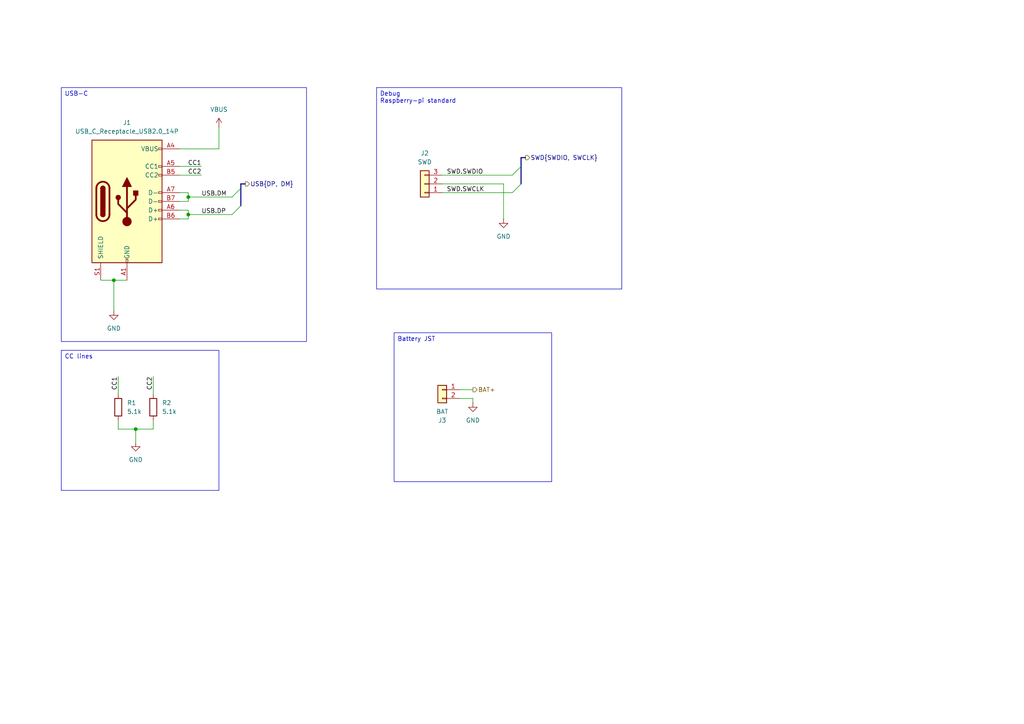
<source format=kicad_sch>
(kicad_sch (version 20231120) (generator "eeschema") (generator_version "8.0")
  (paper "A4")
  (lib_symbols
    (symbol "Connector:USB_C_Receptacle_USB2.0_14P" (pin_names (offset 1.016))
      (property "Reference" "J" (at 0 22.225 0))
      (property "Value" "USB_C_Receptacle_USB2.0_14P" (at 0 19.685 0))
      (symbol "USB_C_Receptacle_USB2.0_14P_0_0"
        (rectangle (start -0.254 -17.78) (end 0.254 -16.764))
        (rectangle (start 10.16 -4.826) (end 9.144 -5.334))
        (rectangle (start 10.16 -2.286) (end 9.144 -2.794))
        (rectangle (start 10.16 0.254) (end 9.144 -0.254))
        (rectangle (start 10.16 2.794) (end 9.144 2.286))
        (rectangle (start 10.16 7.874) (end 9.144 7.366))
        (rectangle (start 10.16 10.414) (end 9.144 9.906))
        (rectangle (start 10.16 15.494) (end 9.144 14.986))
      )
      (symbol "USB_C_Receptacle_USB2.0_14P_0_1"
        (rectangle (start -10.16 17.78) (end 10.16 -17.78) (stroke (width 0.254)) (fill (type background)))
        (arc (start -8.89 -3.81) (mid -6.985 -5.7067) (end -5.08 -3.81) (stroke (width 0.508)))
        (arc (start -7.62 -3.81) (mid -6.985 -4.4423) (end -6.35 -3.81) (stroke (width 0.254)))
        (arc (start -7.62 -3.81) (mid -6.985 -4.4423) (end -6.35 -3.81) (stroke (width 0.254)) (fill (type outline)))
        (rectangle (start -7.62 -3.81) (end -6.35 3.81) (stroke (width 0.254)) (fill (type outline)))
        (arc (start -6.35 3.81) (mid -6.985 4.4423) (end -7.62 3.81) (stroke (width 0.254)))
        (arc (start -6.35 3.81) (mid -6.985 4.4423) (end -7.62 3.81) (stroke (width 0.254)) (fill (type outline)))
        (arc (start -5.08 3.81) (mid -6.985 5.7067) (end -8.89 3.81) (stroke (width 0.508)))
        (circle (center -2.54 1.143) (radius 0.635) (stroke (width 0.254)) (fill (type outline)))
        (circle (center 0 -5.842) (radius 1.27) (fill (type outline)))
        (polyline (pts (xy -8.89 -3.81) (xy -8.89 3.81)) (stroke (width 0.508)))
        (polyline (pts (xy -5.08 3.81) (xy -5.08 -3.81)) (stroke (width 0.508)))
        (polyline (pts (xy 0 -5.842) (xy 0 4.318)) (stroke (width 0.508)))
        (polyline (pts (xy 0 -3.302) (xy -2.54 -0.762) (xy -2.54 0.508)) (stroke (width 0.508)))
        (polyline (pts (xy 0 -2.032) (xy 2.54 0.508) (xy 2.54 1.778)) (stroke (width 0.508)))
        (polyline (pts (xy -1.27 4.318) (xy 0 6.858) (xy 1.27 4.318) (xy -1.27 4.318)) (stroke (width 0.254)) (fill (type outline)))
        (rectangle (start 1.905 1.778) (end 3.175 3.048) (stroke (width 0.254)) (fill (type outline)))
      )
      (symbol "USB_C_Receptacle_USB2.0_14P_1_1"
        (pin passive line (at 0 -22.86 90) (length 5.08) (name "GND") (number "A1"))
        (pin passive line (at 0 -22.86 90) (length 5.08) hide (name "GND") (number "A12"))
        (pin passive line (at 15.24 15.24 180) (length 5.08) (name "VBUS") (number "A4"))
        (pin bidirectional line (at 15.24 10.16 180) (length 5.08) (name "CC1") (number "A5"))
        (pin bidirectional line (at 15.24 -2.54 180) (length 5.08) (name "D+") (number "A6"))
        (pin bidirectional line (at 15.24 2.54 180) (length 5.08) (name "D-") (number "A7"))
        (pin passive line (at 15.24 15.24 180) (length 5.08) hide (name "VBUS") (number "A9"))
        (pin passive line (at 0 -22.86 90) (length 5.08) hide (name "GND") (number "B1"))
        (pin passive line (at 0 -22.86 90) (length 5.08) hide (name "GND") (number "B12"))
        (pin passive line (at 15.24 15.24 180) (length 5.08) hide (name "VBUS") (number "B4"))
        (pin bidirectional line (at 15.24 7.62 180) (length 5.08) (name "CC2") (number "B5"))
        (pin bidirectional line (at 15.24 -5.08 180) (length 5.08) (name "D+") (number "B6"))
        (pin bidirectional line (at 15.24 0 180) (length 5.08) (name "D-") (number "B7"))
        (pin passive line (at 15.24 15.24 180) (length 5.08) hide (name "VBUS") (number "B9"))
        (pin passive line (at -7.62 -22.86 90) (length 5.08) (name "SHIELD") (number "S1"))
      )
    )
    (symbol "Connector_Generic:Conn_01x02" (pin_names (offset 1.016) hide)
      (property "Reference" "J" (at 0 2.54 0))
      (property "Value" "Conn_01x02" (at 0 -5.08 0))
      (symbol "Conn_01x02_1_1"
        (rectangle (start -1.27 -2.413) (end 0 -2.667) (stroke (width 0.1524)))
        (rectangle (start -1.27 0.127) (end 0 -0.127) (stroke (width 0.1524)))
        (rectangle (start -1.27 1.27) (end 1.27 -3.81) (stroke (width 0.254)) (fill (type background)))
        (pin passive line (at -5.08 0 0) (length 3.81) (name "Pin_1") (number "1"))
        (pin passive line (at -5.08 -2.54 0) (length 3.81) (name "Pin_2") (number "2"))
      )
    )
    (symbol "Connector_Generic:Conn_01x03" (pin_names (offset 1.016) hide)
      (property "Reference" "J" (at 0 5.08 0))
      (property "Value" "Conn_01x03" (at 0 -5.08 0))
      (symbol "Conn_01x03_1_1"
        (rectangle (start -1.27 -2.413) (end 0 -2.667) (stroke (width 0.1524)))
        (rectangle (start -1.27 0.127) (end 0 -0.127) (stroke (width 0.1524)))
        (rectangle (start -1.27 2.667) (end 0 2.413) (stroke (width 0.1524)))
        (rectangle (start -1.27 3.81) (end 1.27 -3.81) (stroke (width 0.254)) (fill (type background)))
        (pin passive line (at -5.08 2.54 0) (length 3.81) (name "Pin_1") (number "1"))
        (pin passive line (at -5.08 0 0) (length 3.81) (name "Pin_2") (number "2"))
        (pin passive line (at -5.08 -2.54 0) (length 3.81) (name "Pin_3") (number "3"))
      )
    )
    (symbol "Device:R" (pin_numbers hide) (pin_names (offset 0))
      (property "Reference" "R" (at 2.032 0 90))
      (property "Value" "R" (at 0 0 90))
      (symbol "R_0_1"
        (rectangle (start -1.016 -2.54) (end 1.016 2.54) (stroke (width 0.254)))
      )
      (symbol "R_1_1"
        (pin passive line (at 0 3.81 270) (length 1.27) (name "~") (number "1"))
        (pin passive line (at 0 -3.81 90) (length 1.27) (name "~") (number "2"))
      )
    )
    (symbol "power:GND" (power) (pin_numbers hide) (pin_names (offset 0) hide)
      (property "Value" "GND" (at 0 -3.81 0))
      (symbol "GND_0_1"
        (polyline (pts (xy 0 0) (xy 0 -1.27) (xy 1.27 -1.27) (xy 0 -2.54) (xy -1.27 -1.27) (xy 0 -1.27)))
      )
      (symbol "GND_1_1"
        (pin power_in line (at 0 0 270) (length 0) (name "~") (number "1"))
      )
    )
    (symbol "power:VBUS" (power) (pin_numbers hide) (pin_names (offset 0) hide)
      (property "Value" "VBUS" (at 0 3.556 0))
      (symbol "VBUS_0_1"
        (polyline (pts (xy -0.762 1.27) (xy 0 2.54)))
        (polyline (pts (xy 0 0) (xy 0 2.54)))
        (polyline (pts (xy 0 2.54) (xy 0.762 1.27)))
      )
      (symbol "VBUS_1_1"
        (pin power_in line (at 0 0 90) (length 0) (name "~") (number "1"))
      )
    )
  )
  (junction (at 54.61 57.15))
  (junction (at 39.37 124.46))
  (junction (at 33.02 81.28))
  (junction (at 54.61 62.23))
  (bus_entry (at 67.31 57.15) (size 2.54 -2.54))
  (bus_entry (at 148.59 55.88) (size 2.54 -2.54))
  (bus_entry (at 148.59 50.8) (size 2.54 -2.54))
  (bus_entry (at 67.31 62.23) (size 2.54 -2.54))
  (wire (pts (xy 34.29 109.22) (xy 34.29 114.3)))
  (bus (pts (xy 69.85 54.61) (xy 69.85 59.69)))
  (wire (pts (xy 63.5 43.18) (xy 63.5 36.83)))
  (wire (pts (xy 39.37 124.46) (xy 44.45 124.46)))
  (wire (pts (xy 39.37 124.46) (xy 39.37 128.27)))
  (wire (pts (xy 54.61 58.42) (xy 54.61 57.15)))
  (wire (pts (xy 58.42 50.8) (xy 52.07 50.8)))
  (bus (pts (xy 152.4 45.72) (xy 151.13 45.72)))
  (wire (pts (xy 128.27 55.88) (xy 148.59 55.88)))
  (bus (pts (xy 71.12 53.34) (xy 69.85 53.34)))
  (wire (pts (xy 58.42 48.26) (xy 52.07 48.26)))
  (wire (pts (xy 34.29 124.46) (xy 39.37 124.46)))
  (wire (pts (xy 29.21 81.28) (xy 33.02 81.28)))
  (wire (pts (xy 52.07 55.88) (xy 54.61 55.88)))
  (wire (pts (xy 52.07 63.5) (xy 54.61 63.5)))
  (wire (pts (xy 34.29 124.46) (xy 34.29 121.92)))
  (wire (pts (xy 54.61 62.23) (xy 54.61 63.5)))
  (wire (pts (xy 128.27 53.34) (xy 146.05 53.34)))
  (wire (pts (xy 52.07 58.42) (xy 54.61 58.42)))
  (wire (pts (xy 133.35 115.57) (xy 137.16 115.57)))
  (bus (pts (xy 151.13 48.26) (xy 151.13 53.34)))
  (wire (pts (xy 52.07 60.96) (xy 54.61 60.96)))
  (wire (pts (xy 128.27 50.8) (xy 148.59 50.8)))
  (wire (pts (xy 33.02 81.28) (xy 36.83 81.28)))
  (wire (pts (xy 33.02 81.28) (xy 33.02 90.17)))
  (wire (pts (xy 146.05 53.34) (xy 146.05 63.5)))
  (wire (pts (xy 133.35 113.03) (xy 137.16 113.03)))
  (wire (pts (xy 137.16 115.57) (xy 137.16 116.84)))
  (wire (pts (xy 54.61 60.96) (xy 54.61 62.23)))
  (bus (pts (xy 151.13 45.72) (xy 151.13 48.26)))
  (wire (pts (xy 54.61 57.15) (xy 67.31 57.15)))
  (wire (pts (xy 44.45 124.46) (xy 44.45 121.92)))
  (wire (pts (xy 44.45 109.22) (xy 44.45 114.3)))
  (wire (pts (xy 52.07 43.18) (xy 63.5 43.18)))
  (wire (pts (xy 54.61 62.23) (xy 67.31 62.23)))
  (wire (pts (xy 54.61 57.15) (xy 54.61 55.88)))
  (bus (pts (xy 69.85 53.34) (xy 69.85 54.61)))
  (text_box "Debug\nRaspberry-pi standard" (at 109.22 25.4 0) (size 71.12 58.42) (effects (font (size 1.27 1.27)) (justify left top)))
  (text_box "CC lines" (at 17.78 101.6 0) (size 45.72 40.64) (effects (font (size 1.27 1.27)) (justify left top)))
  (text_box "Battery JST" (at 114.3 96.52 0) (size 45.72 43.18) (effects (font (size 1.27 1.27)) (justify left top)))
  (text_box "USB-C" (at 17.78 25.4 0) (size 71.12 73.66) (effects (font (size 1.27 1.27)) (justify left top)))
  (label "CC2" (at 58.42 50.8 180))
  (label "SWD.SWDIO" (at 129.54 50.8 0))
  (label "CC1" (at 58.42 48.26 180))
  (label "CC1" (at 34.29 109.22 270))
  (label "USB.DP" (at 58.42 62.23 0))
  (label "CC2" (at 44.45 109.22 270))
  (label "USB.DM" (at 58.42 57.15 0))
  (label "SWD.SWCLK" (at 129.54 55.88 0))
  (hierarchical_label "SWD{SWDIO, SWCLK}" (shape output) (at 152.4 45.72 0))
  (hierarchical_label "USB{DP, DM}" (shape output) (at 71.12 53.34 0))
  (hierarchical_label "BAT+" (shape output) (at 137.16 113.03 0))
  (symbol (lib_id "Device:R") (at 44.45 118.11 0) (unit 1)
    (property "Reference" "R2" (at 46.99 116.8399 0) (effects (justify left)))
    (property "Value" "5.1k" (at 46.99 119.3799 0) (effects (justify left)))
    (property "Description" "Resistor" (effects (hide yes)))
  )
  (symbol (lib_id "Connector_Generic:Conn_01x03") (at 123.19 53.34 180) (unit 1)
    (property "Reference" "J2" (at 123.19 44.45 0))
    (property "Value" "SWD" (at 123.19 46.99 0))
    (property "Description" "Generic connector, single row, 01x03, script generated (kicad-library-utils/schlib/autogen/connector/)" (effects (hide yes)))
  )
  (symbol (lib_id "power:GND") (at 146.05 63.5 0) (unit 1)
    (property "Reference" "#PWR05" (effects (hide yes)))
    (property "Value" "GND" (at 146.05 68.58 0))
    (property "Description" "Power symbol creates a global label with name \"GND\" , ground" (effects (hide yes)))
  )
  (symbol (lib_id "power:GND") (at 33.02 90.17 0) (unit 1)
    (property "Reference" "#PWR02" (effects (hide yes)))
    (property "Value" "GND" (at 33.02 95.25 0))
    (property "Description" "Power symbol creates a global label with name \"GND\" , ground" (effects (hide yes)))
  )
  (symbol (lib_id "Connector:USB_C_Receptacle_USB2.0_14P") (at 36.83 58.42 0) (unit 1)
    (property "Reference" "J1" (at 36.83 35.56 0))
    (property "Value" "USB_C_Receptacle_USB2.0_14P" (at 36.83 38.1 0))
    (property "Datasheet" "https://www.usb.org/sites/default/files/documents/usb_type-c.zip" (effects (hide yes)))
    (property "Description" "USB 2.0-only 14P Type-C Receptacle connector" (effects (hide yes)))
  )
  (symbol (lib_id "power:GND") (at 39.37 128.27 0) (unit 1)
    (property "Reference" "#PWR04" (effects (hide yes)))
    (property "Value" "GND" (at 39.37 133.35 0))
    (property "Description" "Power symbol creates a global label with name \"GND\" , ground" (effects (hide yes)))
  )
  (symbol (lib_id "power:VBUS") (at 63.5 36.83 0) (unit 1)
    (property "Reference" "#PWR03" (effects (hide yes)))
    (property "Value" "VBUS" (at 63.5 31.75 0))
    (property "Description" "Power symbol creates a global label with name \"VBUS\"" (effects (hide yes)))
  )
  (symbol (lib_id "power:GND") (at 137.16 116.84 0) (unit 1)
    (property "Reference" "#PWR06" (effects (hide yes)))
    (property "Value" "GND" (at 137.16 121.92 0))
    (property "Description" "Power symbol creates a global label with name \"GND\" , ground" (effects (hide yes)))
  )
  (symbol (lib_id "Connector_Generic:Conn_01x02") (at 128.27 113.03 0) (mirror y) (unit 1)
    (property "Reference" "J3" (at 128.27 121.92 0))
    (property "Value" "BAT" (at 128.27 119.38 0))
    (property "Description" "Generic connector, single row, 01x02, script generated (kicad-library-utils/schlib/autogen/connector/)" (effects (hide yes)))
  )
  (symbol (lib_id "Device:R") (at 34.29 118.11 0) (unit 1)
    (property "Reference" "R1" (at 36.83 116.8399 0) (effects (justify left)))
    (property "Value" "5.1k" (at 36.83 119.3799 0) (effects (justify left)))
    (property "Description" "Resistor" (effects (hide yes)))
  )
)
</source>
